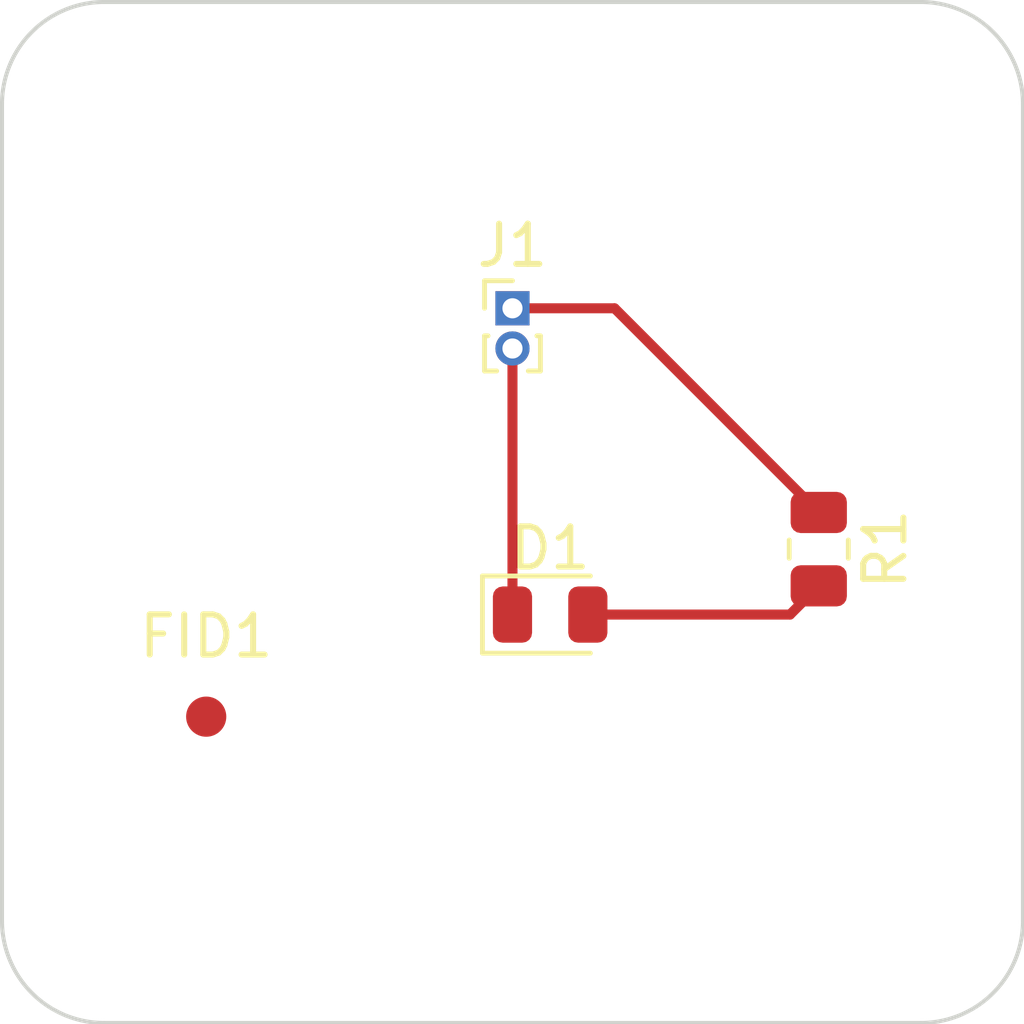
<source format=kicad_pcb>
(kicad_pcb (version 20211014) (generator pcbnew)
  (layers (0 "F.Cu" signal) (31 "B.Cu" signal) (34 "B.Paste" user) (35 "F.Paste" user) (36 "B.SilkS" user "B.Silkscreen") (37 "F.SilkS" user "F.Silkscreen") (38 "B.Mask" user) (39 "F.Mask" user) (44 "Edge.Cuts" user))
  (net 0 "")
  (net 1 "Net-(D1-Pad1)")
  (net 2 "Net-(D1-Pad2)")
  (net 3 "Net-(J1-Pad1)")
  (footprint "Resistor_SMD:R_0805_2012Metric" (layer "F.Cu") (at 121.92 89.8125 -90)
    (fp_text reference "R1" (at 0 -1.65 90) (layer "F.SilkS"))
    (fp_text value "R_Small_US")
    (fp_line (start -0.227064 -0.735) (end 0.227064 -0.735) (layer "F.SilkS") (width 0.12))
    (fp_line (start -0.227064 0.735) (end 0.227064 0.735) (layer "F.SilkS") (width 0.12))
    (pad "1" smd roundrect (at -0.9125 0 270) (size 1.025 1.4) (layers "F.Cu" "F.Paste" "F.Mask") (roundrect_rratio 0.243902) (net 3 "Net-(J1-Pad1)"))
    (pad "2" smd roundrect (at 0.9125 0 270) (size 1.025 1.4) (layers "F.Cu" "F.Paste" "F.Mask") (roundrect_rratio 0.243902) (net 2 "Net-(D1-Pad2)"))
  )
  (footprint "LED_SMD:LED_0805_2012Metric" (layer "F.Cu") (at 115.2375 91.44)
    (fp_text reference "D1" (at 0 -1.65) (layer "F.SilkS"))
    (fp_text value "LED")
    (fp_line (start -1.685 0.96) (end 1 0.96) (layer "F.SilkS") (width 0.12))
    (fp_line (start 1 -0.96) (end -1.685 -0.96) (layer "F.SilkS") (width 0.12))
    (fp_line (start -1.685 -0.96) (end -1.685 0.96) (layer "F.SilkS") (width 0.12))
    (pad "1" smd roundrect (at -0.9375 0) (size 0.975 1.4) (layers "F.Cu" "F.Paste" "F.Mask") (net 1 "Net-(D1-Pad1)"))
    (pad "2" smd roundrect (at 0.9375 0) (size 0.975 1.4) (layers "F.Cu" "F.Paste" "F.Mask") (net 2 "Net-(D1-Pad2)"))
  )
  (footprint "Connector_PinHeader_1.00mm:PinHeader_1x02_P1.00mm_Vertical" (layer "F.Cu") (at 114.3 83.82)
    (fp_text reference "J1" (at 0 -1.56) (layer "F.SilkS"))
    (fp_text value "Conn_01x02_Male")
    (fp_line (start -0.695 0.685) (end -0.608276 0.685) (layer "F.SilkS") (width 0.12))
    (fp_line (start -0.695 -0.685) (end 0 -0.685) (layer "F.SilkS") (width 0.12))
    (fp_line (start 0.608276 0.685) (end 0.695 0.685) (layer "F.SilkS") (width 0.12))
    (fp_line (start 0.695 0.685) (end 0.695 1.56) (layer "F.SilkS") (width 0.12))
    (fp_line (start -0.695 1.56) (end -0.394493 1.56) (layer "F.SilkS") (width 0.12))
    (fp_line (start 0.394493 1.56) (end 0.695 1.56) (layer "F.SilkS") (width 0.12))
    (fp_line (start -0.695 0.685) (end -0.695 1.56) (layer "F.SilkS") (width 0.12))
    (fp_line (start -0.695 0) (end -0.695 -0.685) (layer "F.SilkS") (width 0.12))
    (pad "1" thru_hole rect (at 0 0) (size 0.85 0.85) (drill 0.5) (layers *.Cu *.Mask) (net 3 "Net-(J1-Pad1)"))
    (pad "2" thru_hole oval (at 0 1) (size 0.85 0.85) (drill 0.5) (layers *.Cu *.Mask) (net 1 "Net-(D1-Pad1)"))
  )
  (footprint "Fiducial:Fiducial_1mm_Mask2mm" (layer "F.Cu") (at 106.68 93.98)
    (fp_text reference "FID1" (at 0 -2) (layer "F.SilkS"))
    (fp_text value "Fiducial")
    (pad "" smd circle (at 0 0) (size 1 1) (layers "F.Cu" "F.Mask") (clearance 0.5))
  )
  (gr_line (start 124.46 101.6) (end 104.14 101.6) (layer "Edge.Cuts") (width 0.1))
  (gr_arc (start 124.46 76.2) (mid 126.256051 76.943949) (end 127 78.74) (layer "Edge.Cuts") (width 0.1))
  (gr_line (start 101.6 99.06) (end 101.6 78.74) (layer "Edge.Cuts") (width 0.1))
  (gr_arc (start 101.6 78.74) (mid 102.343949 76.943949) (end 104.14 76.2) (layer "Edge.Cuts") (width 0.1))
  (gr_arc (start 104.14 101.6) (mid 102.343949 100.856051) (end 101.6 99.06) (layer "Edge.Cuts") (width 0.1))
  (gr_line (start 104.14 76.2) (end 124.46 76.2) (layer "Edge.Cuts") (width 0.1))
  (gr_line (start 127 78.74) (end 127 99.06) (layer "Edge.Cuts") (width 0.1))
  (gr_arc (start 127 99.06) (mid 126.256051 100.856051) (end 124.46 101.6) (layer "Edge.Cuts") (width 0.1))
  (segment (start 114.3 91.44) (end 114.3 84.82) (width 0.25) (layer "F.Cu") (net 1))
  (segment (start 121.205 91.44) (end 116.175 91.44) (width 0.25) (layer "F.Cu") (net 2))
  (segment (start 121.92 90.725) (end 121.205 91.44) (width 0.25) (layer "F.Cu") (net 2))
  (segment (start 116.84 83.82) (end 121.92 88.9) (width 0.25) (layer "F.Cu") (net 3))
  (segment (start 114.3 83.82) (end 116.84 83.82) (width 0.25) (layer "F.Cu") (net 3))
)
</source>
